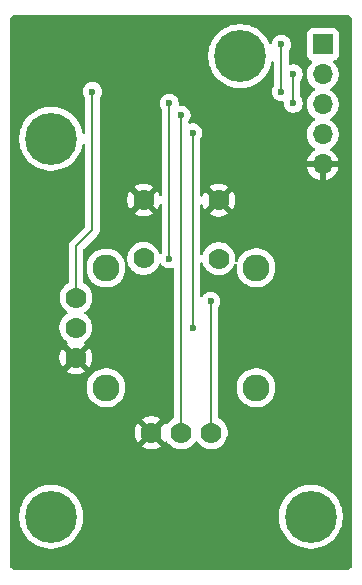
<source format=gbr>
%TF.GenerationSoftware,KiCad,Pcbnew,9.0.0*%
%TF.CreationDate,2025-04-04T15:09:20-04:00*%
%TF.ProjectId,left,6c656674-2e6b-4696-9361-645f70636258,rev?*%
%TF.SameCoordinates,Original*%
%TF.FileFunction,Copper,L1,Top*%
%TF.FilePolarity,Positive*%
%FSLAX46Y46*%
G04 Gerber Fmt 4.6, Leading zero omitted, Abs format (unit mm)*
G04 Created by KiCad (PCBNEW 9.0.0) date 2025-04-04 15:09:20*
%MOMM*%
%LPD*%
G01*
G04 APERTURE LIST*
%TA.AperFunction,ComponentPad*%
%ADD10R,1.700000X1.700000*%
%TD*%
%TA.AperFunction,ComponentPad*%
%ADD11O,1.700000X1.700000*%
%TD*%
%TA.AperFunction,ComponentPad*%
%ADD12C,4.400000*%
%TD*%
%TA.AperFunction,ComponentPad*%
%ADD13C,2.286000*%
%TD*%
%TA.AperFunction,ComponentPad*%
%ADD14C,1.778000*%
%TD*%
%TA.AperFunction,ViaPad*%
%ADD15C,0.600000*%
%TD*%
%TA.AperFunction,Conductor*%
%ADD16C,0.200000*%
%TD*%
G04 APERTURE END LIST*
D10*
%TO.P,J1,1,Pin_1*%
%TO.N,VCC*%
X162000000Y-66000000D03*
D11*
%TO.P,J1,2,Pin_2*%
%TO.N,Button*%
X162000000Y-68540000D03*
%TO.P,J1,3,Pin_3*%
%TO.N,Horizontal*%
X162000000Y-71080000D03*
%TO.P,J1,4,Pin_4*%
%TO.N,Vertical*%
X162000000Y-73620000D03*
%TO.P,J1,5,Pin_5*%
%TO.N,GND*%
X162000000Y-76160000D03*
%TD*%
D12*
%TO.P,REF\u002A\u002A,*%
%TO.N,*%
X139000000Y-74000000D03*
%TD*%
%TO.P,REF\u002A\u002A,*%
%TO.N,*%
X161000000Y-106000000D03*
%TD*%
%TO.P,REF\u002A\u002A,*%
%TO.N,*%
X139000000Y-106000000D03*
%TD*%
D13*
%TO.P,U1,*%
%TO.N,*%
X143650000Y-84935200D03*
X143650000Y-95065200D03*
X156350000Y-84920000D03*
X156350000Y-95080000D03*
D14*
%TO.P,U1,1,GND*%
%TO.N,GND*%
X147475000Y-98875200D03*
%TO.P,U1,2,OUT2*%
%TO.N,Horizontal*%
X150015000Y-98895200D03*
%TO.P,U1,3,VCC*%
%TO.N,VCC*%
X152555000Y-98875200D03*
%TO.P,U1,4,VCC*%
X141110000Y-87460000D03*
%TO.P,U1,5,OUT1*%
%TO.N,Vertical*%
X141095000Y-89985200D03*
%TO.P,U1,6,GND*%
%TO.N,GND*%
X141095000Y-92525200D03*
%TO.P,U1,7,B1*%
%TO.N,Button*%
X146825000Y-84125200D03*
X153185000Y-84145200D03*
%TO.P,U1,8,B2*%
%TO.N,GND*%
X146825000Y-79185200D03*
X153175000Y-79205000D03*
%TD*%
D12*
%TO.P,REF\u002A\u002A,*%
%TO.N,*%
X155000000Y-67000000D03*
%TD*%
D15*
%TO.N,VCC*%
X152500000Y-87750000D03*
X158500000Y-70000000D03*
X142500000Y-70000000D03*
X158500000Y-66000000D03*
%TO.N,Button*%
X149000000Y-84145200D03*
X149000000Y-71000000D03*
X159500000Y-68500000D03*
X159500000Y-71000000D03*
%TO.N,Horizontal*%
X150000000Y-72000000D03*
%TO.N,Vertical*%
X151000000Y-90000000D03*
X151000000Y-73500000D03*
%TD*%
D16*
%TO.N,VCC*%
X152500000Y-87750000D02*
X152555000Y-87805000D01*
X152555000Y-87805000D02*
X152555000Y-98875200D01*
X158500000Y-66000000D02*
X158500000Y-70000000D01*
X141110000Y-83110000D02*
X141110000Y-87460000D01*
X142500000Y-70000000D02*
X142500000Y-81720000D01*
X142500000Y-81720000D02*
X141110000Y-83110000D01*
%TO.N,Button*%
X149000000Y-84145200D02*
X149000000Y-71000000D01*
X159500000Y-71000000D02*
X159500000Y-70500000D01*
X162000000Y-68540000D02*
X161960000Y-68500000D01*
X159500000Y-68500000D02*
X159500000Y-71000000D01*
%TO.N,Horizontal*%
X150000000Y-72000000D02*
X150000000Y-73000000D01*
X150015000Y-73015000D02*
X150015000Y-98895200D01*
X150000000Y-73000000D02*
X150015000Y-73015000D01*
%TO.N,Vertical*%
X151000000Y-73500000D02*
X151000000Y-90000000D01*
%TD*%
%TA.AperFunction,Conductor*%
%TO.N,GND*%
G36*
X164006922Y-63501280D02*
G01*
X164097266Y-63511459D01*
X164124331Y-63517636D01*
X164203540Y-63545352D01*
X164228553Y-63557398D01*
X164299606Y-63602043D01*
X164321313Y-63619355D01*
X164380644Y-63678686D01*
X164397957Y-63700395D01*
X164442600Y-63771444D01*
X164454648Y-63796462D01*
X164482362Y-63875666D01*
X164488540Y-63902735D01*
X164498720Y-63993076D01*
X164499500Y-64006961D01*
X164499500Y-109993038D01*
X164498720Y-110006922D01*
X164498720Y-110006923D01*
X164488540Y-110097264D01*
X164482362Y-110124333D01*
X164454648Y-110203537D01*
X164442600Y-110228555D01*
X164397957Y-110299604D01*
X164380644Y-110321313D01*
X164321313Y-110380644D01*
X164299604Y-110397957D01*
X164228555Y-110442600D01*
X164203537Y-110454648D01*
X164124333Y-110482362D01*
X164097264Y-110488540D01*
X164017075Y-110497576D01*
X164006921Y-110498720D01*
X163993038Y-110499500D01*
X136006962Y-110499500D01*
X135993078Y-110498720D01*
X135980553Y-110497308D01*
X135902735Y-110488540D01*
X135875666Y-110482362D01*
X135796462Y-110454648D01*
X135771444Y-110442600D01*
X135700395Y-110397957D01*
X135678686Y-110380644D01*
X135619355Y-110321313D01*
X135602042Y-110299604D01*
X135557399Y-110228555D01*
X135545351Y-110203537D01*
X135517637Y-110124333D01*
X135511459Y-110097263D01*
X135501280Y-110006922D01*
X135500500Y-109993038D01*
X135500500Y-105848336D01*
X136299500Y-105848336D01*
X136299500Y-106151663D01*
X136333457Y-106453048D01*
X136333460Y-106453062D01*
X136400953Y-106748771D01*
X136400957Y-106748783D01*
X136501133Y-107035068D01*
X136632733Y-107308338D01*
X136632735Y-107308341D01*
X136794108Y-107565164D01*
X136983221Y-107802304D01*
X137197696Y-108016779D01*
X137434836Y-108205892D01*
X137691659Y-108367265D01*
X137964935Y-108498868D01*
X138179951Y-108574105D01*
X138251216Y-108599042D01*
X138251228Y-108599046D01*
X138546937Y-108666540D01*
X138546946Y-108666541D01*
X138546951Y-108666542D01*
X138747874Y-108689180D01*
X138848337Y-108700499D01*
X138848340Y-108700500D01*
X138848343Y-108700500D01*
X139151660Y-108700500D01*
X139151661Y-108700499D01*
X139305694Y-108683144D01*
X139453048Y-108666542D01*
X139453051Y-108666541D01*
X139453063Y-108666540D01*
X139748772Y-108599046D01*
X140035065Y-108498868D01*
X140308341Y-108367265D01*
X140565164Y-108205892D01*
X140802304Y-108016779D01*
X141016779Y-107802304D01*
X141205892Y-107565164D01*
X141367265Y-107308341D01*
X141498868Y-107035065D01*
X141599046Y-106748772D01*
X141666540Y-106453063D01*
X141700500Y-106151657D01*
X141700500Y-105848343D01*
X141700499Y-105848336D01*
X158299500Y-105848336D01*
X158299500Y-106151663D01*
X158333457Y-106453048D01*
X158333460Y-106453062D01*
X158400953Y-106748771D01*
X158400957Y-106748783D01*
X158501133Y-107035068D01*
X158632733Y-107308338D01*
X158632735Y-107308341D01*
X158794108Y-107565164D01*
X158983221Y-107802304D01*
X159197696Y-108016779D01*
X159434836Y-108205892D01*
X159691659Y-108367265D01*
X159964935Y-108498868D01*
X160179951Y-108574105D01*
X160251216Y-108599042D01*
X160251228Y-108599046D01*
X160546937Y-108666540D01*
X160546946Y-108666541D01*
X160546951Y-108666542D01*
X160747874Y-108689180D01*
X160848337Y-108700499D01*
X160848340Y-108700500D01*
X160848343Y-108700500D01*
X161151660Y-108700500D01*
X161151661Y-108700499D01*
X161305694Y-108683144D01*
X161453048Y-108666542D01*
X161453051Y-108666541D01*
X161453063Y-108666540D01*
X161748772Y-108599046D01*
X162035065Y-108498868D01*
X162308341Y-108367265D01*
X162565164Y-108205892D01*
X162802304Y-108016779D01*
X163016779Y-107802304D01*
X163205892Y-107565164D01*
X163367265Y-107308341D01*
X163498868Y-107035065D01*
X163599046Y-106748772D01*
X163666540Y-106453063D01*
X163700500Y-106151657D01*
X163700500Y-105848343D01*
X163666540Y-105546937D01*
X163599046Y-105251228D01*
X163498868Y-104964935D01*
X163367265Y-104691659D01*
X163205892Y-104434836D01*
X163016779Y-104197696D01*
X162802304Y-103983221D01*
X162565164Y-103794108D01*
X162308341Y-103632735D01*
X162308338Y-103632733D01*
X162035068Y-103501133D01*
X161748783Y-103400957D01*
X161748771Y-103400953D01*
X161520556Y-103348864D01*
X161453063Y-103333460D01*
X161453060Y-103333459D01*
X161453048Y-103333457D01*
X161151663Y-103299500D01*
X161151657Y-103299500D01*
X160848343Y-103299500D01*
X160848336Y-103299500D01*
X160546951Y-103333457D01*
X160546937Y-103333460D01*
X160251228Y-103400953D01*
X160251216Y-103400957D01*
X159964931Y-103501133D01*
X159691661Y-103632733D01*
X159434837Y-103794107D01*
X159197696Y-103983220D01*
X158983220Y-104197696D01*
X158794107Y-104434837D01*
X158632733Y-104691661D01*
X158501133Y-104964931D01*
X158400957Y-105251216D01*
X158400953Y-105251228D01*
X158333460Y-105546937D01*
X158333457Y-105546951D01*
X158299500Y-105848336D01*
X141700499Y-105848336D01*
X141666540Y-105546937D01*
X141599046Y-105251228D01*
X141498868Y-104964935D01*
X141367265Y-104691659D01*
X141205892Y-104434836D01*
X141016779Y-104197696D01*
X140802304Y-103983221D01*
X140565164Y-103794108D01*
X140308341Y-103632735D01*
X140308338Y-103632733D01*
X140035068Y-103501133D01*
X139748783Y-103400957D01*
X139748771Y-103400953D01*
X139520556Y-103348864D01*
X139453063Y-103333460D01*
X139453060Y-103333459D01*
X139453048Y-103333457D01*
X139151663Y-103299500D01*
X139151657Y-103299500D01*
X138848343Y-103299500D01*
X138848336Y-103299500D01*
X138546951Y-103333457D01*
X138546937Y-103333460D01*
X138251228Y-103400953D01*
X138251216Y-103400957D01*
X137964931Y-103501133D01*
X137691661Y-103632733D01*
X137434837Y-103794107D01*
X137197696Y-103983220D01*
X136983220Y-104197696D01*
X136794107Y-104434837D01*
X136632733Y-104691661D01*
X136501133Y-104964931D01*
X136400957Y-105251216D01*
X136400953Y-105251228D01*
X136333460Y-105546937D01*
X136333457Y-105546951D01*
X136299500Y-105848336D01*
X135500500Y-105848336D01*
X135500500Y-94935848D01*
X142006500Y-94935848D01*
X142006500Y-95194551D01*
X142046967Y-95450050D01*
X142046968Y-95450054D01*
X142126909Y-95696085D01*
X142244353Y-95926582D01*
X142396408Y-96135868D01*
X142579332Y-96318792D01*
X142788618Y-96470847D01*
X143019115Y-96588291D01*
X143265146Y-96668232D01*
X143358591Y-96683032D01*
X143520649Y-96708700D01*
X143520654Y-96708700D01*
X143779351Y-96708700D01*
X143941409Y-96683032D01*
X144034854Y-96668232D01*
X144280885Y-96588291D01*
X144511382Y-96470847D01*
X144720668Y-96318792D01*
X144903592Y-96135868D01*
X145055647Y-95926582D01*
X145173091Y-95696085D01*
X145253032Y-95450054D01*
X145271017Y-95336494D01*
X145293500Y-95194551D01*
X145293500Y-94935848D01*
X145266521Y-94765515D01*
X145253032Y-94680346D01*
X145173091Y-94434315D01*
X145055647Y-94203818D01*
X144903592Y-93994532D01*
X144720668Y-93811608D01*
X144511382Y-93659553D01*
X144280885Y-93542109D01*
X144034854Y-93462168D01*
X144034852Y-93462167D01*
X144034850Y-93462167D01*
X143779351Y-93421700D01*
X143779346Y-93421700D01*
X143520654Y-93421700D01*
X143520649Y-93421700D01*
X143265149Y-93462167D01*
X143019112Y-93542110D01*
X142788617Y-93659553D01*
X142579329Y-93811610D01*
X142396410Y-93994529D01*
X142244353Y-94203817D01*
X142126910Y-94434312D01*
X142046967Y-94680349D01*
X142006500Y-94935848D01*
X135500500Y-94935848D01*
X135500500Y-73848336D01*
X136299500Y-73848336D01*
X136299500Y-74151663D01*
X136333457Y-74453048D01*
X136333460Y-74453062D01*
X136400953Y-74748771D01*
X136400957Y-74748783D01*
X136501133Y-75035068D01*
X136632733Y-75308338D01*
X136632735Y-75308341D01*
X136794108Y-75565164D01*
X136983221Y-75802304D01*
X137197696Y-76016779D01*
X137434836Y-76205892D01*
X137691659Y-76367265D01*
X137964935Y-76498868D01*
X138139924Y-76560099D01*
X138251216Y-76599042D01*
X138251228Y-76599046D01*
X138546937Y-76666540D01*
X138546946Y-76666541D01*
X138546951Y-76666542D01*
X138747874Y-76689180D01*
X138848337Y-76700499D01*
X138848340Y-76700500D01*
X138848343Y-76700500D01*
X139151660Y-76700500D01*
X139151661Y-76700499D01*
X139305694Y-76683144D01*
X139453048Y-76666542D01*
X139453051Y-76666541D01*
X139453063Y-76666540D01*
X139748772Y-76599046D01*
X140035065Y-76498868D01*
X140308341Y-76367265D01*
X140565164Y-76205892D01*
X140802304Y-76016779D01*
X141016779Y-75802304D01*
X141205892Y-75565164D01*
X141367265Y-75308341D01*
X141498868Y-75035065D01*
X141599046Y-74748772D01*
X141654609Y-74505334D01*
X141688718Y-74444357D01*
X141750379Y-74411499D01*
X141820016Y-74417194D01*
X141875520Y-74459634D01*
X141899268Y-74525344D01*
X141899500Y-74532928D01*
X141899500Y-81419902D01*
X141879815Y-81486941D01*
X141863181Y-81507583D01*
X140629482Y-82741281D01*
X140629480Y-82741283D01*
X140621157Y-82755700D01*
X140612951Y-82769914D01*
X140550423Y-82878215D01*
X140509499Y-83030943D01*
X140509499Y-83030945D01*
X140509499Y-83199046D01*
X140509500Y-83199059D01*
X140509500Y-86130509D01*
X140489815Y-86197548D01*
X140441796Y-86240993D01*
X140381741Y-86271593D01*
X140204806Y-86400142D01*
X140050142Y-86554806D01*
X139921595Y-86731739D01*
X139822298Y-86926616D01*
X139822297Y-86926619D01*
X139754714Y-87134623D01*
X139720500Y-87350638D01*
X139720500Y-87569361D01*
X139754714Y-87785376D01*
X139822297Y-87993380D01*
X139822298Y-87993383D01*
X139889782Y-88125825D01*
X139919703Y-88184548D01*
X139921595Y-88188260D01*
X140050142Y-88365193D01*
X140050148Y-88365199D01*
X140204801Y-88519852D01*
X140338284Y-88616832D01*
X140380949Y-88672161D01*
X140386928Y-88741774D01*
X140354323Y-88803570D01*
X140338284Y-88817468D01*
X140189802Y-88925346D01*
X140035142Y-89080006D01*
X139906595Y-89256939D01*
X139807298Y-89451816D01*
X139807297Y-89451819D01*
X139739714Y-89659823D01*
X139705500Y-89875838D01*
X139705500Y-90094561D01*
X139739714Y-90310576D01*
X139807297Y-90518580D01*
X139807298Y-90518583D01*
X139859884Y-90621786D01*
X139904524Y-90709397D01*
X139906595Y-90713460D01*
X140035142Y-90890393D01*
X140035148Y-90890399D01*
X140189801Y-91045052D01*
X140341395Y-91155191D01*
X140384060Y-91210519D01*
X140390039Y-91280132D01*
X140357434Y-91341928D01*
X140341394Y-91355826D01*
X140305360Y-91382005D01*
X140305360Y-91382007D01*
X141010905Y-92087552D01*
X140923429Y-92110992D01*
X140822070Y-92169511D01*
X140739311Y-92252270D01*
X140680792Y-92353629D01*
X140657352Y-92441105D01*
X139951807Y-91735560D01*
X139951806Y-91735560D01*
X139907023Y-91797201D01*
X139807762Y-91992008D01*
X139807761Y-91992011D01*
X139740202Y-92199940D01*
X139706000Y-92415883D01*
X139706000Y-92634516D01*
X139740202Y-92850459D01*
X139807761Y-93058388D01*
X139807762Y-93058391D01*
X139907020Y-93253193D01*
X139907021Y-93253195D01*
X139951806Y-93314838D01*
X139951807Y-93314838D01*
X140657352Y-92609293D01*
X140680792Y-92696771D01*
X140739311Y-92798130D01*
X140822070Y-92880889D01*
X140923429Y-92939408D01*
X141010905Y-92962847D01*
X140305360Y-93668391D01*
X140367008Y-93713180D01*
X140561808Y-93812437D01*
X140561811Y-93812438D01*
X140769740Y-93879997D01*
X140985684Y-93914200D01*
X141204316Y-93914200D01*
X141420259Y-93879997D01*
X141628188Y-93812438D01*
X141628191Y-93812437D01*
X141822995Y-93713178D01*
X141884638Y-93668391D01*
X141884639Y-93668391D01*
X141179094Y-92962847D01*
X141266571Y-92939408D01*
X141367930Y-92880889D01*
X141450689Y-92798130D01*
X141509208Y-92696771D01*
X141532647Y-92609294D01*
X142238191Y-93314839D01*
X142238191Y-93314838D01*
X142282978Y-93253195D01*
X142382237Y-93058391D01*
X142382238Y-93058388D01*
X142449797Y-92850459D01*
X142484000Y-92634516D01*
X142484000Y-92415883D01*
X142449797Y-92199940D01*
X142382238Y-91992011D01*
X142382237Y-91992008D01*
X142282980Y-91797208D01*
X142238191Y-91735560D01*
X141532647Y-92441104D01*
X141509208Y-92353629D01*
X141450689Y-92252270D01*
X141367930Y-92169511D01*
X141266571Y-92110992D01*
X141179092Y-92087552D01*
X141884638Y-91382007D01*
X141884638Y-91382006D01*
X141848606Y-91355828D01*
X141805939Y-91300499D01*
X141799959Y-91230885D01*
X141832565Y-91169090D01*
X141848599Y-91155194D01*
X142000199Y-91045052D01*
X142154852Y-90890399D01*
X142154854Y-90890395D01*
X142154857Y-90890393D01*
X142236513Y-90778001D01*
X142283407Y-90713457D01*
X142382701Y-90518583D01*
X142450286Y-90310575D01*
X142467912Y-90199282D01*
X142484500Y-90094561D01*
X142484500Y-89875838D01*
X142458535Y-89711906D01*
X142450286Y-89659825D01*
X142416493Y-89555821D01*
X142382702Y-89451819D01*
X142382701Y-89451816D01*
X142348315Y-89384332D01*
X142283407Y-89256943D01*
X142275147Y-89245574D01*
X142154857Y-89080006D01*
X142000193Y-88925342D01*
X141866716Y-88828367D01*
X141824050Y-88773038D01*
X141818071Y-88703424D01*
X141850676Y-88641629D01*
X141866716Y-88627731D01*
X142015193Y-88519857D01*
X142015195Y-88519854D01*
X142015199Y-88519852D01*
X142169852Y-88365199D01*
X142169854Y-88365195D01*
X142169857Y-88365193D01*
X142255400Y-88247451D01*
X142298407Y-88188257D01*
X142397701Y-87993383D01*
X142465286Y-87785375D01*
X142483377Y-87671153D01*
X142499500Y-87569361D01*
X142499500Y-87350638D01*
X142479595Y-87224971D01*
X142465286Y-87134625D01*
X142415132Y-86980264D01*
X142397702Y-86926619D01*
X142397701Y-86926616D01*
X142363315Y-86859132D01*
X142298407Y-86731743D01*
X142290147Y-86720374D01*
X142169857Y-86554806D01*
X142015193Y-86400142D01*
X141838258Y-86271593D01*
X141778204Y-86240993D01*
X141727408Y-86193018D01*
X141710500Y-86130509D01*
X141710500Y-84805848D01*
X142006500Y-84805848D01*
X142006500Y-85064551D01*
X142045946Y-85313604D01*
X142046968Y-85320054D01*
X142126909Y-85566085D01*
X142244353Y-85796582D01*
X142396408Y-86005868D01*
X142579332Y-86188792D01*
X142788618Y-86340847D01*
X143019115Y-86458291D01*
X143265146Y-86538232D01*
X143360961Y-86553407D01*
X143520649Y-86578700D01*
X143520654Y-86578700D01*
X143779351Y-86578700D01*
X143921294Y-86556217D01*
X144034854Y-86538232D01*
X144280885Y-86458291D01*
X144511382Y-86340847D01*
X144720668Y-86188792D01*
X144903592Y-86005868D01*
X145055647Y-85796582D01*
X145173091Y-85566085D01*
X145253032Y-85320054D01*
X145274414Y-85185052D01*
X145293500Y-85064551D01*
X145293500Y-84805848D01*
X145263550Y-84616755D01*
X145253032Y-84550346D01*
X145173091Y-84304315D01*
X145055647Y-84073818D01*
X145013522Y-84015838D01*
X145435500Y-84015838D01*
X145435500Y-84234561D01*
X145459195Y-84384172D01*
X145459199Y-84384189D01*
X145469714Y-84450575D01*
X145504130Y-84556498D01*
X145504135Y-84556517D01*
X145537297Y-84658580D01*
X145537298Y-84658583D01*
X145636595Y-84853460D01*
X145765142Y-85030393D01*
X145919806Y-85185057D01*
X146084690Y-85304850D01*
X146096743Y-85313607D01*
X146224132Y-85378515D01*
X146291616Y-85412901D01*
X146291619Y-85412902D01*
X146395621Y-85446693D01*
X146499625Y-85480486D01*
X146599672Y-85496332D01*
X146715639Y-85514700D01*
X146715644Y-85514700D01*
X146934361Y-85514700D01*
X147039082Y-85498112D01*
X147150375Y-85480486D01*
X147358383Y-85412901D01*
X147553257Y-85313607D01*
X147652601Y-85241429D01*
X147730193Y-85185057D01*
X147730195Y-85185054D01*
X147730199Y-85185052D01*
X147884852Y-85030399D01*
X147884854Y-85030395D01*
X147884857Y-85030393D01*
X147954318Y-84934787D01*
X148013407Y-84853457D01*
X148112701Y-84658583D01*
X148121244Y-84632288D01*
X148160680Y-84574612D01*
X148225038Y-84547413D01*
X148293885Y-84559325D01*
X148342278Y-84601712D01*
X148378213Y-84655492D01*
X148489707Y-84766986D01*
X148489711Y-84766989D01*
X148620814Y-84854590D01*
X148620827Y-84854597D01*
X148738920Y-84903512D01*
X148766503Y-84914937D01*
X148921153Y-84945699D01*
X148921156Y-84945700D01*
X148921158Y-84945700D01*
X149078844Y-84945700D01*
X149078845Y-84945699D01*
X149233497Y-84914937D01*
X149243047Y-84910980D01*
X149312516Y-84903512D01*
X149374995Y-84934787D01*
X149410648Y-84994876D01*
X149414500Y-85025542D01*
X149414500Y-97565709D01*
X149394815Y-97632748D01*
X149346796Y-97676193D01*
X149286741Y-97706793D01*
X149109806Y-97835342D01*
X148955146Y-97990002D01*
X148955142Y-97990007D01*
X148852273Y-98131595D01*
X148796943Y-98174261D01*
X148727330Y-98180240D01*
X148665535Y-98147634D01*
X148651636Y-98131594D01*
X148618191Y-98085560D01*
X147912647Y-98791104D01*
X147889208Y-98703629D01*
X147830689Y-98602270D01*
X147747930Y-98519511D01*
X147646571Y-98460992D01*
X147559092Y-98437552D01*
X148264638Y-97732007D01*
X148264638Y-97732006D01*
X148202995Y-97687221D01*
X148202993Y-97687220D01*
X148008191Y-97587962D01*
X148008188Y-97587961D01*
X147800259Y-97520402D01*
X147584316Y-97486200D01*
X147365684Y-97486200D01*
X147149740Y-97520402D01*
X146941811Y-97587961D01*
X146941808Y-97587962D01*
X146747001Y-97687223D01*
X146685360Y-97732006D01*
X146685360Y-97732007D01*
X147390905Y-98437552D01*
X147303429Y-98460992D01*
X147202070Y-98519511D01*
X147119311Y-98602270D01*
X147060792Y-98703629D01*
X147037352Y-98791105D01*
X146331807Y-98085560D01*
X146331806Y-98085560D01*
X146287023Y-98147201D01*
X146187762Y-98342008D01*
X146187761Y-98342011D01*
X146120202Y-98549940D01*
X146086000Y-98765883D01*
X146086000Y-98984516D01*
X146120202Y-99200459D01*
X146187761Y-99408388D01*
X146187762Y-99408391D01*
X146287020Y-99603193D01*
X146287021Y-99603195D01*
X146331806Y-99664838D01*
X146331807Y-99664838D01*
X147037352Y-98959293D01*
X147060792Y-99046771D01*
X147119311Y-99148130D01*
X147202070Y-99230889D01*
X147303429Y-99289408D01*
X147390905Y-99312847D01*
X146685360Y-100018391D01*
X146747008Y-100063180D01*
X146941808Y-100162437D01*
X146941811Y-100162438D01*
X147149740Y-100229997D01*
X147365684Y-100264200D01*
X147584316Y-100264200D01*
X147800259Y-100229997D01*
X148008188Y-100162438D01*
X148008191Y-100162437D01*
X148202995Y-100063178D01*
X148264638Y-100018391D01*
X148264639Y-100018391D01*
X147559094Y-99312847D01*
X147646571Y-99289408D01*
X147747930Y-99230889D01*
X147830689Y-99148130D01*
X147889208Y-99046771D01*
X147912647Y-98959295D01*
X148618191Y-99664839D01*
X148618192Y-99664838D01*
X148637107Y-99638805D01*
X148692437Y-99596139D01*
X148762050Y-99590160D01*
X148823845Y-99622766D01*
X148837743Y-99638805D01*
X148955142Y-99800392D01*
X148955146Y-99800397D01*
X149109806Y-99955057D01*
X149258625Y-100063178D01*
X149286743Y-100083607D01*
X149414132Y-100148515D01*
X149481616Y-100182901D01*
X149481619Y-100182902D01*
X149585621Y-100216693D01*
X149689625Y-100250486D01*
X149776212Y-100264200D01*
X149905639Y-100284700D01*
X149905644Y-100284700D01*
X150124361Y-100284700D01*
X150229082Y-100268112D01*
X150340375Y-100250486D01*
X150548383Y-100182901D01*
X150743257Y-100083607D01*
X150842601Y-100011429D01*
X150920193Y-99955057D01*
X150920195Y-99955054D01*
X150920199Y-99955052D01*
X151074852Y-99800399D01*
X151191949Y-99639227D01*
X151247276Y-99596564D01*
X151316889Y-99590585D01*
X151378684Y-99623190D01*
X151392580Y-99639225D01*
X151495144Y-99780393D01*
X151495148Y-99780399D01*
X151649806Y-99935057D01*
X151764508Y-100018391D01*
X151826743Y-100063607D01*
X151954132Y-100128515D01*
X152021616Y-100162901D01*
X152021619Y-100162902D01*
X152125621Y-100196693D01*
X152229625Y-100230486D01*
X152329672Y-100246332D01*
X152445639Y-100264700D01*
X152445644Y-100264700D01*
X152664361Y-100264700D01*
X152769082Y-100248112D01*
X152880375Y-100230486D01*
X153088383Y-100162901D01*
X153283257Y-100063607D01*
X153382601Y-99991429D01*
X153460193Y-99935057D01*
X153460195Y-99935054D01*
X153460199Y-99935052D01*
X153614852Y-99780399D01*
X153614854Y-99780395D01*
X153614857Y-99780393D01*
X153671229Y-99702801D01*
X153743407Y-99603457D01*
X153842701Y-99408583D01*
X153910286Y-99200575D01*
X153934646Y-99046771D01*
X153944500Y-98984561D01*
X153944500Y-98765838D01*
X153918592Y-98602270D01*
X153910286Y-98549825D01*
X153876493Y-98445821D01*
X153842702Y-98341819D01*
X153842701Y-98341816D01*
X153808315Y-98274332D01*
X153743407Y-98146943D01*
X153698810Y-98085560D01*
X153614857Y-97970006D01*
X153460193Y-97815342D01*
X153283258Y-97686793D01*
X153223204Y-97656193D01*
X153172408Y-97608218D01*
X153155500Y-97545709D01*
X153155500Y-94950648D01*
X154706500Y-94950648D01*
X154706500Y-95209351D01*
X154744623Y-95450050D01*
X154746968Y-95464854D01*
X154826909Y-95710885D01*
X154944353Y-95941382D01*
X155096408Y-96150668D01*
X155279332Y-96333592D01*
X155488618Y-96485647D01*
X155719115Y-96603091D01*
X155965146Y-96683032D01*
X156060961Y-96698207D01*
X156220649Y-96723500D01*
X156220654Y-96723500D01*
X156479351Y-96723500D01*
X156621294Y-96701017D01*
X156734854Y-96683032D01*
X156980885Y-96603091D01*
X157211382Y-96485647D01*
X157420668Y-96333592D01*
X157603592Y-96150668D01*
X157755647Y-95941382D01*
X157873091Y-95710885D01*
X157953032Y-95464854D01*
X157971017Y-95351294D01*
X157993500Y-95209351D01*
X157993500Y-94950648D01*
X157953032Y-94695149D01*
X157953032Y-94695146D01*
X157873091Y-94449115D01*
X157755647Y-94218618D01*
X157603592Y-94009332D01*
X157420668Y-93826408D01*
X157211382Y-93674353D01*
X156980885Y-93556909D01*
X156734854Y-93476968D01*
X156734852Y-93476967D01*
X156734850Y-93476967D01*
X156479351Y-93436500D01*
X156479346Y-93436500D01*
X156220654Y-93436500D01*
X156220649Y-93436500D01*
X155965149Y-93476967D01*
X155719112Y-93556910D01*
X155488617Y-93674353D01*
X155279329Y-93826410D01*
X155096410Y-94009329D01*
X154944353Y-94218617D01*
X154826910Y-94449112D01*
X154746967Y-94695149D01*
X154706500Y-94950648D01*
X153155500Y-94950648D01*
X153155500Y-88247451D01*
X153175185Y-88180412D01*
X153176398Y-88178560D01*
X153209394Y-88129179D01*
X153269737Y-87983497D01*
X153300500Y-87828842D01*
X153300500Y-87671158D01*
X153300500Y-87671155D01*
X153300499Y-87671153D01*
X153269738Y-87516510D01*
X153269737Y-87516503D01*
X153269735Y-87516498D01*
X153209397Y-87370827D01*
X153209390Y-87370814D01*
X153121789Y-87239711D01*
X153121786Y-87239707D01*
X153010292Y-87128213D01*
X153010288Y-87128210D01*
X152879185Y-87040609D01*
X152879172Y-87040602D01*
X152733501Y-86980264D01*
X152733489Y-86980261D01*
X152578845Y-86949500D01*
X152578842Y-86949500D01*
X152421158Y-86949500D01*
X152421155Y-86949500D01*
X152266510Y-86980261D01*
X152266498Y-86980264D01*
X152120827Y-87040602D01*
X152120814Y-87040609D01*
X151989711Y-87128210D01*
X151989707Y-87128213D01*
X151878213Y-87239707D01*
X151878210Y-87239711D01*
X151827602Y-87315451D01*
X151773989Y-87360256D01*
X151704664Y-87368963D01*
X151641637Y-87338808D01*
X151604918Y-87279365D01*
X151600500Y-87246560D01*
X151600500Y-84548033D01*
X151620185Y-84480994D01*
X151672989Y-84435239D01*
X151742147Y-84425295D01*
X151805703Y-84454320D01*
X151842431Y-84509715D01*
X151897297Y-84678580D01*
X151897298Y-84678583D01*
X151942343Y-84766986D01*
X151986983Y-84854597D01*
X151996595Y-84873460D01*
X152125142Y-85050393D01*
X152279806Y-85205057D01*
X152429211Y-85313604D01*
X152456743Y-85333607D01*
X152584132Y-85398515D01*
X152651616Y-85432901D01*
X152651619Y-85432902D01*
X152755621Y-85466693D01*
X152859625Y-85500486D01*
X152949369Y-85514700D01*
X153075639Y-85534700D01*
X153075644Y-85534700D01*
X153294361Y-85534700D01*
X153399082Y-85518112D01*
X153510375Y-85500486D01*
X153718383Y-85432901D01*
X153913257Y-85333607D01*
X154012601Y-85261429D01*
X154090193Y-85205057D01*
X154090195Y-85205054D01*
X154090199Y-85205052D01*
X154244852Y-85050399D01*
X154244854Y-85050395D01*
X154244857Y-85050393D01*
X154343270Y-84914937D01*
X154373407Y-84873457D01*
X154472701Y-84678583D01*
X154472703Y-84678577D01*
X154476609Y-84666557D01*
X154516046Y-84608881D01*
X154580404Y-84581682D01*
X154649250Y-84593596D01*
X154700727Y-84640840D01*
X154718489Y-84708414D01*
X154717013Y-84724272D01*
X154706500Y-84790648D01*
X154706500Y-85049351D01*
X154746967Y-85304850D01*
X154746968Y-85304854D01*
X154826909Y-85550885D01*
X154944353Y-85781382D01*
X155096408Y-85990668D01*
X155279332Y-86173592D01*
X155488618Y-86325647D01*
X155719115Y-86443091D01*
X155965146Y-86523032D01*
X156060961Y-86538207D01*
X156220649Y-86563500D01*
X156220654Y-86563500D01*
X156479351Y-86563500D01*
X156621294Y-86541017D01*
X156734854Y-86523032D01*
X156980885Y-86443091D01*
X157211382Y-86325647D01*
X157420668Y-86173592D01*
X157603592Y-85990668D01*
X157755647Y-85781382D01*
X157873091Y-85550885D01*
X157953032Y-85304854D01*
X157972007Y-85185052D01*
X157993500Y-85049351D01*
X157993500Y-84790648D01*
X157960402Y-84581682D01*
X157953032Y-84535146D01*
X157873091Y-84289115D01*
X157755647Y-84058618D01*
X157603592Y-83849332D01*
X157420668Y-83666408D01*
X157211382Y-83514353D01*
X156980885Y-83396909D01*
X156734854Y-83316968D01*
X156734852Y-83316967D01*
X156734850Y-83316967D01*
X156479351Y-83276500D01*
X156479346Y-83276500D01*
X156220654Y-83276500D01*
X156220649Y-83276500D01*
X155965149Y-83316967D01*
X155719112Y-83396910D01*
X155488617Y-83514353D01*
X155279329Y-83666410D01*
X155096410Y-83849329D01*
X154944353Y-84058617D01*
X154826908Y-84289114D01*
X154810642Y-84339176D01*
X154771204Y-84396851D01*
X154706845Y-84424048D01*
X154637998Y-84412132D01*
X154586523Y-84364887D01*
X154568763Y-84297313D01*
X154570237Y-84281465D01*
X154574500Y-84254556D01*
X154574500Y-84035844D01*
X154574500Y-84035838D01*
X154543221Y-83838359D01*
X154540286Y-83819825D01*
X154490439Y-83666410D01*
X154472702Y-83611819D01*
X154472701Y-83611816D01*
X154423040Y-83514353D01*
X154373407Y-83416943D01*
X154331117Y-83358735D01*
X154244857Y-83240006D01*
X154090193Y-83085342D01*
X153913260Y-82956795D01*
X153913259Y-82956794D01*
X153913257Y-82956793D01*
X153850825Y-82924982D01*
X153718383Y-82857498D01*
X153718380Y-82857497D01*
X153510376Y-82789914D01*
X153294361Y-82755700D01*
X153294356Y-82755700D01*
X153075644Y-82755700D01*
X153075639Y-82755700D01*
X152859623Y-82789914D01*
X152651619Y-82857497D01*
X152651616Y-82857498D01*
X152456739Y-82956795D01*
X152279806Y-83085342D01*
X152125142Y-83240006D01*
X151996595Y-83416939D01*
X151897298Y-83611816D01*
X151897297Y-83611819D01*
X151842431Y-83780684D01*
X151802994Y-83838359D01*
X151738635Y-83865558D01*
X151669789Y-83853644D01*
X151618313Y-83806400D01*
X151600500Y-83742366D01*
X151600500Y-79636991D01*
X151620185Y-79569952D01*
X151672989Y-79524197D01*
X151742147Y-79514253D01*
X151805703Y-79543278D01*
X151842431Y-79598673D01*
X151887761Y-79738188D01*
X151887762Y-79738191D01*
X151987020Y-79932993D01*
X151987021Y-79932995D01*
X152031806Y-79994638D01*
X152031807Y-79994638D01*
X152732861Y-79293584D01*
X152755667Y-79378694D01*
X152814910Y-79481306D01*
X152898694Y-79565090D01*
X153001306Y-79624333D01*
X153086414Y-79647137D01*
X152385360Y-80348191D01*
X152447008Y-80392980D01*
X152641808Y-80492237D01*
X152641811Y-80492238D01*
X152849740Y-80559797D01*
X153065684Y-80594000D01*
X153284316Y-80594000D01*
X153500259Y-80559797D01*
X153708188Y-80492238D01*
X153708191Y-80492237D01*
X153902995Y-80392978D01*
X153964638Y-80348191D01*
X153964639Y-80348191D01*
X153263585Y-79647138D01*
X153348694Y-79624333D01*
X153451306Y-79565090D01*
X153535090Y-79481306D01*
X153594333Y-79378694D01*
X153617137Y-79293585D01*
X154318191Y-79994639D01*
X154318191Y-79994638D01*
X154362978Y-79932995D01*
X154462237Y-79738191D01*
X154462238Y-79738188D01*
X154529797Y-79530259D01*
X154564000Y-79314316D01*
X154564000Y-79095683D01*
X154529797Y-78879740D01*
X154462238Y-78671811D01*
X154462237Y-78671808D01*
X154362980Y-78477008D01*
X154318191Y-78415360D01*
X153617137Y-79116414D01*
X153594333Y-79031306D01*
X153535090Y-78928694D01*
X153451306Y-78844910D01*
X153348694Y-78785667D01*
X153263583Y-78762861D01*
X153964638Y-78061807D01*
X153964638Y-78061806D01*
X153902995Y-78017021D01*
X153902993Y-78017020D01*
X153708191Y-77917762D01*
X153708188Y-77917761D01*
X153500259Y-77850202D01*
X153284316Y-77816000D01*
X153065684Y-77816000D01*
X152849740Y-77850202D01*
X152641811Y-77917761D01*
X152641808Y-77917762D01*
X152447001Y-78017023D01*
X152385360Y-78061806D01*
X152385360Y-78061807D01*
X153086414Y-78762861D01*
X153001306Y-78785667D01*
X152898694Y-78844910D01*
X152814910Y-78928694D01*
X152755667Y-79031306D01*
X152732861Y-79116414D01*
X152031807Y-78415360D01*
X152031806Y-78415360D01*
X151987023Y-78477001D01*
X151887762Y-78671808D01*
X151887761Y-78671811D01*
X151842431Y-78811326D01*
X151802994Y-78869001D01*
X151738635Y-78896200D01*
X151669789Y-78884285D01*
X151618313Y-78837041D01*
X151600500Y-78773008D01*
X151600500Y-74079765D01*
X151620185Y-74012726D01*
X151621398Y-74010874D01*
X151709390Y-73879185D01*
X151709390Y-73879184D01*
X151709394Y-73879179D01*
X151769737Y-73733497D01*
X151800500Y-73578842D01*
X151800500Y-73421158D01*
X151800500Y-73421155D01*
X151800499Y-73421153D01*
X151769738Y-73266510D01*
X151769737Y-73266503D01*
X151763405Y-73251216D01*
X151709397Y-73120827D01*
X151709390Y-73120814D01*
X151621789Y-72989711D01*
X151621786Y-72989707D01*
X151510292Y-72878213D01*
X151510288Y-72878210D01*
X151379185Y-72790609D01*
X151379172Y-72790602D01*
X151233501Y-72730264D01*
X151233489Y-72730261D01*
X151078845Y-72699500D01*
X151078842Y-72699500D01*
X150921158Y-72699500D01*
X150921155Y-72699500D01*
X150766510Y-72730261D01*
X150760676Y-72732031D01*
X150759873Y-72729385D01*
X150739114Y-72731543D01*
X150706853Y-72736182D01*
X150704561Y-72735135D01*
X150702056Y-72735396D01*
X150672959Y-72720703D01*
X150643297Y-72707157D01*
X150641934Y-72705036D01*
X150639687Y-72703902D01*
X150623152Y-72675811D01*
X150605523Y-72648379D01*
X150605043Y-72645046D01*
X150604245Y-72643689D01*
X150600500Y-72613444D01*
X150600500Y-72579765D01*
X150620185Y-72512726D01*
X150621398Y-72510874D01*
X150709390Y-72379185D01*
X150709390Y-72379184D01*
X150709394Y-72379179D01*
X150769737Y-72233497D01*
X150800500Y-72078842D01*
X150800500Y-71921158D01*
X150800500Y-71921155D01*
X150800499Y-71921153D01*
X150775228Y-71794108D01*
X150769737Y-71766503D01*
X150714329Y-71632735D01*
X150709397Y-71620827D01*
X150709390Y-71620814D01*
X150621789Y-71489711D01*
X150621786Y-71489707D01*
X150510292Y-71378213D01*
X150510288Y-71378210D01*
X150379185Y-71290609D01*
X150379172Y-71290602D01*
X150233501Y-71230264D01*
X150233489Y-71230261D01*
X150078845Y-71199500D01*
X150078842Y-71199500D01*
X149924500Y-71199500D01*
X149857461Y-71179815D01*
X149811706Y-71127011D01*
X149800500Y-71075500D01*
X149800500Y-70921155D01*
X149800499Y-70921153D01*
X149769737Y-70766503D01*
X149709794Y-70621786D01*
X149709397Y-70620827D01*
X149709390Y-70620814D01*
X149621789Y-70489711D01*
X149621786Y-70489707D01*
X149510292Y-70378213D01*
X149510288Y-70378210D01*
X149379185Y-70290609D01*
X149379172Y-70290602D01*
X149233501Y-70230264D01*
X149233489Y-70230261D01*
X149078845Y-70199500D01*
X149078842Y-70199500D01*
X148921158Y-70199500D01*
X148921155Y-70199500D01*
X148766510Y-70230261D01*
X148766498Y-70230264D01*
X148620827Y-70290602D01*
X148620814Y-70290609D01*
X148489711Y-70378210D01*
X148489707Y-70378213D01*
X148378213Y-70489707D01*
X148378210Y-70489711D01*
X148290609Y-70620814D01*
X148290602Y-70620827D01*
X148230264Y-70766498D01*
X148230261Y-70766510D01*
X148199500Y-70921153D01*
X148199500Y-71078846D01*
X148230261Y-71233489D01*
X148230264Y-71233501D01*
X148290602Y-71379172D01*
X148290609Y-71379185D01*
X148364461Y-71489711D01*
X148372092Y-71501132D01*
X148378602Y-71510874D01*
X148399480Y-71577551D01*
X148399500Y-71579765D01*
X148399500Y-78753208D01*
X148379815Y-78820247D01*
X148327011Y-78866002D01*
X148257853Y-78875946D01*
X148194297Y-78846921D01*
X148157569Y-78791526D01*
X148112238Y-78652011D01*
X148112237Y-78652008D01*
X148012980Y-78457208D01*
X147968191Y-78395560D01*
X147267137Y-79096614D01*
X147244333Y-79011506D01*
X147185090Y-78908894D01*
X147101306Y-78825110D01*
X146998694Y-78765867D01*
X146913583Y-78743061D01*
X147614638Y-78042007D01*
X147614638Y-78042006D01*
X147552995Y-77997221D01*
X147552993Y-77997220D01*
X147358191Y-77897962D01*
X147358188Y-77897961D01*
X147150259Y-77830402D01*
X146934316Y-77796200D01*
X146715684Y-77796200D01*
X146499740Y-77830402D01*
X146291811Y-77897961D01*
X146291808Y-77897962D01*
X146097001Y-77997223D01*
X146035360Y-78042006D01*
X146035360Y-78042007D01*
X146736414Y-78743061D01*
X146651306Y-78765867D01*
X146548694Y-78825110D01*
X146464910Y-78908894D01*
X146405667Y-79011506D01*
X146382861Y-79096614D01*
X145681807Y-78395560D01*
X145681806Y-78395560D01*
X145637023Y-78457201D01*
X145537762Y-78652008D01*
X145537761Y-78652011D01*
X145470202Y-78859940D01*
X145436000Y-79075883D01*
X145436000Y-79294516D01*
X145470202Y-79510459D01*
X145537761Y-79718388D01*
X145537762Y-79718391D01*
X145637020Y-79913193D01*
X145637021Y-79913195D01*
X145681806Y-79974838D01*
X145681807Y-79974838D01*
X146382861Y-79273784D01*
X146405667Y-79358894D01*
X146464910Y-79461506D01*
X146548694Y-79545290D01*
X146651306Y-79604533D01*
X146736414Y-79627337D01*
X146035360Y-80328391D01*
X146097008Y-80373180D01*
X146291808Y-80472437D01*
X146291811Y-80472438D01*
X146499740Y-80539997D01*
X146715684Y-80574200D01*
X146934316Y-80574200D01*
X147150259Y-80539997D01*
X147358188Y-80472438D01*
X147358191Y-80472437D01*
X147552995Y-80373178D01*
X147614638Y-80328391D01*
X147614639Y-80328391D01*
X146913585Y-79627338D01*
X146998694Y-79604533D01*
X147101306Y-79545290D01*
X147185090Y-79461506D01*
X147244333Y-79358894D01*
X147267137Y-79273785D01*
X147968191Y-79974839D01*
X147968191Y-79974838D01*
X148012978Y-79913195D01*
X148112237Y-79718391D01*
X148112238Y-79718388D01*
X148157569Y-79578873D01*
X148197006Y-79521198D01*
X148261365Y-79493999D01*
X148330211Y-79505913D01*
X148381687Y-79553157D01*
X148399500Y-79617191D01*
X148399500Y-83565434D01*
X148394171Y-83583579D01*
X148393834Y-83602488D01*
X148380333Y-83630706D01*
X148379815Y-83632473D01*
X148378602Y-83634326D01*
X148351023Y-83675600D01*
X148297410Y-83720404D01*
X148228085Y-83729111D01*
X148165058Y-83698956D01*
X148129990Y-83645026D01*
X148112702Y-83591819D01*
X148112701Y-83591816D01*
X148073231Y-83514353D01*
X148013407Y-83396943D01*
X148005147Y-83385574D01*
X147884857Y-83220006D01*
X147730193Y-83065342D01*
X147553260Y-82936795D01*
X147553259Y-82936794D01*
X147553257Y-82936793D01*
X147490825Y-82904982D01*
X147358383Y-82837498D01*
X147358380Y-82837497D01*
X147150376Y-82769914D01*
X146934361Y-82735700D01*
X146934356Y-82735700D01*
X146715644Y-82735700D01*
X146715639Y-82735700D01*
X146499623Y-82769914D01*
X146291619Y-82837497D01*
X146291616Y-82837498D01*
X146096739Y-82936795D01*
X145919806Y-83065342D01*
X145765142Y-83220006D01*
X145636595Y-83396939D01*
X145537298Y-83591816D01*
X145537297Y-83591819D01*
X145469714Y-83799823D01*
X145435500Y-84015838D01*
X145013522Y-84015838D01*
X144903592Y-83864532D01*
X144720668Y-83681608D01*
X144511382Y-83529553D01*
X144280885Y-83412109D01*
X144034854Y-83332168D01*
X144034852Y-83332167D01*
X144034850Y-83332167D01*
X143779351Y-83291700D01*
X143779346Y-83291700D01*
X143520654Y-83291700D01*
X143520649Y-83291700D01*
X143265149Y-83332167D01*
X143019112Y-83412110D01*
X142788617Y-83529553D01*
X142579329Y-83681610D01*
X142396410Y-83864529D01*
X142244353Y-84073817D01*
X142126910Y-84304312D01*
X142046967Y-84550349D01*
X142006500Y-84805848D01*
X141710500Y-84805848D01*
X141710500Y-83410096D01*
X141730185Y-83343057D01*
X141746814Y-83322419D01*
X142868713Y-82200521D01*
X142868716Y-82200520D01*
X142980520Y-82088716D01*
X143030639Y-82001904D01*
X143059577Y-81951785D01*
X143100501Y-81799057D01*
X143100501Y-81640943D01*
X143100501Y-81633348D01*
X143100500Y-81633330D01*
X143100500Y-70579765D01*
X143120185Y-70512726D01*
X143121398Y-70510874D01*
X143209390Y-70379185D01*
X143209390Y-70379184D01*
X143209394Y-70379179D01*
X143212294Y-70372179D01*
X143223067Y-70346166D01*
X143269737Y-70233497D01*
X143300500Y-70078842D01*
X143300500Y-69921158D01*
X143300500Y-69921155D01*
X143300499Y-69921153D01*
X143290824Y-69872512D01*
X143269737Y-69766503D01*
X143242398Y-69700500D01*
X143209397Y-69620827D01*
X143209390Y-69620814D01*
X143121789Y-69489711D01*
X143121786Y-69489707D01*
X143010292Y-69378213D01*
X143010288Y-69378210D01*
X142879185Y-69290609D01*
X142879172Y-69290602D01*
X142733501Y-69230264D01*
X142733489Y-69230261D01*
X142578845Y-69199500D01*
X142578842Y-69199500D01*
X142421158Y-69199500D01*
X142421155Y-69199500D01*
X142266510Y-69230261D01*
X142266498Y-69230264D01*
X142120827Y-69290602D01*
X142120814Y-69290609D01*
X141989711Y-69378210D01*
X141989707Y-69378213D01*
X141878213Y-69489707D01*
X141878210Y-69489711D01*
X141790609Y-69620814D01*
X141790602Y-69620827D01*
X141730264Y-69766498D01*
X141730261Y-69766510D01*
X141699500Y-69921153D01*
X141699500Y-70078846D01*
X141730261Y-70233489D01*
X141730264Y-70233501D01*
X141790602Y-70379172D01*
X141790609Y-70379185D01*
X141878602Y-70510874D01*
X141899480Y-70577551D01*
X141899500Y-70579765D01*
X141899500Y-73467071D01*
X141879815Y-73534110D01*
X141827011Y-73579865D01*
X141757853Y-73589809D01*
X141694297Y-73560784D01*
X141656523Y-73502006D01*
X141654609Y-73494664D01*
X141599046Y-73251228D01*
X141599042Y-73251216D01*
X141507536Y-72989707D01*
X141498868Y-72964935D01*
X141367265Y-72691659D01*
X141205892Y-72434836D01*
X141016779Y-72197696D01*
X140802304Y-71983221D01*
X140772917Y-71959786D01*
X140742078Y-71935193D01*
X140565164Y-71794108D01*
X140308341Y-71632735D01*
X140308338Y-71632733D01*
X140035068Y-71501133D01*
X139748783Y-71400957D01*
X139748771Y-71400953D01*
X139520556Y-71348864D01*
X139453063Y-71333460D01*
X139453060Y-71333459D01*
X139453048Y-71333457D01*
X139151663Y-71299500D01*
X139151657Y-71299500D01*
X138848343Y-71299500D01*
X138848336Y-71299500D01*
X138546951Y-71333457D01*
X138546937Y-71333460D01*
X138251228Y-71400953D01*
X138251216Y-71400957D01*
X137964931Y-71501133D01*
X137691661Y-71632733D01*
X137434837Y-71794107D01*
X137197696Y-71983220D01*
X136983220Y-72197696D01*
X136794107Y-72434837D01*
X136632733Y-72691661D01*
X136501133Y-72964931D01*
X136400957Y-73251216D01*
X136400953Y-73251228D01*
X136333460Y-73546937D01*
X136333457Y-73546951D01*
X136299500Y-73848336D01*
X135500500Y-73848336D01*
X135500500Y-66848336D01*
X152299500Y-66848336D01*
X152299500Y-67151663D01*
X152333457Y-67453048D01*
X152333460Y-67453062D01*
X152400953Y-67748771D01*
X152400957Y-67748783D01*
X152501133Y-68035068D01*
X152632733Y-68308338D01*
X152632735Y-68308341D01*
X152794108Y-68565164D01*
X152983221Y-68802304D01*
X153197696Y-69016779D01*
X153434836Y-69205892D01*
X153691659Y-69367265D01*
X153964935Y-69498868D01*
X154168516Y-69570104D01*
X154251216Y-69599042D01*
X154251228Y-69599046D01*
X154546937Y-69666540D01*
X154546946Y-69666541D01*
X154546951Y-69666542D01*
X154747874Y-69689180D01*
X154848337Y-69700499D01*
X154848340Y-69700500D01*
X154848343Y-69700500D01*
X155151660Y-69700500D01*
X155151661Y-69700499D01*
X155305694Y-69683144D01*
X155453048Y-69666542D01*
X155453051Y-69666541D01*
X155453063Y-69666540D01*
X155748772Y-69599046D01*
X156035065Y-69498868D01*
X156308341Y-69367265D01*
X156565164Y-69205892D01*
X156802304Y-69016779D01*
X157016779Y-68802304D01*
X157205892Y-68565164D01*
X157367265Y-68308341D01*
X157498868Y-68035065D01*
X157599046Y-67748772D01*
X157654609Y-67505334D01*
X157688718Y-67444357D01*
X157750379Y-67411499D01*
X157820016Y-67417194D01*
X157875520Y-67459634D01*
X157899268Y-67525344D01*
X157899500Y-67532928D01*
X157899500Y-69420234D01*
X157879815Y-69487273D01*
X157878602Y-69489125D01*
X157790609Y-69620814D01*
X157790602Y-69620827D01*
X157730264Y-69766498D01*
X157730261Y-69766510D01*
X157699500Y-69921153D01*
X157699500Y-70078846D01*
X157730261Y-70233489D01*
X157730264Y-70233501D01*
X157790602Y-70379172D01*
X157790609Y-70379185D01*
X157878210Y-70510288D01*
X157878213Y-70510292D01*
X157989707Y-70621786D01*
X157989711Y-70621789D01*
X158120814Y-70709390D01*
X158120827Y-70709397D01*
X158252066Y-70763757D01*
X158266503Y-70769737D01*
X158421153Y-70800499D01*
X158421156Y-70800500D01*
X158575500Y-70800500D01*
X158642539Y-70820185D01*
X158688294Y-70872989D01*
X158699500Y-70924500D01*
X158699500Y-71078846D01*
X158730261Y-71233489D01*
X158730264Y-71233501D01*
X158790602Y-71379172D01*
X158790609Y-71379185D01*
X158878210Y-71510288D01*
X158878213Y-71510292D01*
X158989707Y-71621786D01*
X158989711Y-71621789D01*
X159120814Y-71709390D01*
X159120827Y-71709397D01*
X159258683Y-71766498D01*
X159266503Y-71769737D01*
X159421153Y-71800499D01*
X159421156Y-71800500D01*
X159421158Y-71800500D01*
X159578844Y-71800500D01*
X159578845Y-71800499D01*
X159733497Y-71769737D01*
X159879179Y-71709394D01*
X160010289Y-71621789D01*
X160121789Y-71510289D01*
X160209394Y-71379179D01*
X160269737Y-71233497D01*
X160300500Y-71078842D01*
X160300500Y-70921158D01*
X160300500Y-70921155D01*
X160300499Y-70921153D01*
X160269737Y-70766503D01*
X160209794Y-70621786D01*
X160209397Y-70620827D01*
X160209390Y-70620814D01*
X160121398Y-70489125D01*
X160100520Y-70422447D01*
X160100500Y-70420234D01*
X160100500Y-69079765D01*
X160120185Y-69012726D01*
X160121398Y-69010874D01*
X160209390Y-68879185D01*
X160209390Y-68879184D01*
X160209394Y-68879179D01*
X160269737Y-68733497D01*
X160300500Y-68578842D01*
X160300500Y-68421158D01*
X160300500Y-68421155D01*
X160300499Y-68421153D01*
X160278059Y-68308341D01*
X160269737Y-68266503D01*
X160269735Y-68266498D01*
X160209397Y-68120827D01*
X160209390Y-68120814D01*
X160121789Y-67989711D01*
X160121786Y-67989707D01*
X160010292Y-67878213D01*
X160010288Y-67878210D01*
X159879185Y-67790609D01*
X159879172Y-67790602D01*
X159733501Y-67730264D01*
X159733489Y-67730261D01*
X159578845Y-67699500D01*
X159578842Y-67699500D01*
X159421158Y-67699500D01*
X159421155Y-67699500D01*
X159266510Y-67730261D01*
X159260676Y-67732031D01*
X159259873Y-67729385D01*
X159202056Y-67735396D01*
X159139687Y-67703902D01*
X159104245Y-67643689D01*
X159100500Y-67613444D01*
X159100500Y-66579765D01*
X159120185Y-66512726D01*
X159121398Y-66510874D01*
X159209390Y-66379185D01*
X159209390Y-66379184D01*
X159209394Y-66379179D01*
X159269737Y-66233497D01*
X159300500Y-66078842D01*
X159300500Y-65921158D01*
X159300500Y-65921155D01*
X159300499Y-65921153D01*
X159269738Y-65766510D01*
X159269738Y-65766508D01*
X159269737Y-65766503D01*
X159238736Y-65691659D01*
X159209397Y-65620827D01*
X159209390Y-65620814D01*
X159121789Y-65489711D01*
X159121786Y-65489707D01*
X159010292Y-65378213D01*
X159010288Y-65378210D01*
X158879185Y-65290609D01*
X158879172Y-65290602D01*
X158733501Y-65230264D01*
X158733489Y-65230261D01*
X158684031Y-65220423D01*
X158684030Y-65220423D01*
X158578844Y-65199500D01*
X158578842Y-65199500D01*
X158421158Y-65199500D01*
X158421155Y-65199500D01*
X158266510Y-65230261D01*
X158266498Y-65230264D01*
X158120827Y-65290602D01*
X158120814Y-65290609D01*
X157989711Y-65378210D01*
X157989707Y-65378213D01*
X157878213Y-65489707D01*
X157878210Y-65489711D01*
X157790609Y-65620814D01*
X157790602Y-65620827D01*
X157730264Y-65766498D01*
X157730261Y-65766508D01*
X157707065Y-65883121D01*
X157674680Y-65945032D01*
X157613964Y-65979606D01*
X157544194Y-65975865D01*
X157487523Y-65934999D01*
X157473728Y-65912731D01*
X157367266Y-65691661D01*
X157240372Y-65489711D01*
X157205892Y-65434836D01*
X157016779Y-65197696D01*
X156921218Y-65102135D01*
X160649500Y-65102135D01*
X160649500Y-66897870D01*
X160649501Y-66897876D01*
X160655908Y-66957483D01*
X160706202Y-67092328D01*
X160706206Y-67092335D01*
X160792452Y-67207544D01*
X160792455Y-67207547D01*
X160907664Y-67293793D01*
X160907671Y-67293797D01*
X161039082Y-67342810D01*
X161095016Y-67384681D01*
X161119433Y-67450145D01*
X161104582Y-67518418D01*
X161083431Y-67546673D01*
X160969889Y-67660215D01*
X160844951Y-67832179D01*
X160748444Y-68021585D01*
X160682753Y-68223760D01*
X160649500Y-68433713D01*
X160649500Y-68646286D01*
X160674210Y-68802303D01*
X160682754Y-68856243D01*
X160690208Y-68879185D01*
X160748444Y-69058414D01*
X160844951Y-69247820D01*
X160969890Y-69419786D01*
X161120213Y-69570109D01*
X161292182Y-69695050D01*
X161300946Y-69699516D01*
X161351742Y-69747491D01*
X161368536Y-69815312D01*
X161345998Y-69881447D01*
X161300946Y-69920484D01*
X161292182Y-69924949D01*
X161120213Y-70049890D01*
X160969890Y-70200213D01*
X160844951Y-70372179D01*
X160748444Y-70561585D01*
X160682753Y-70763760D01*
X160649500Y-70973713D01*
X160649500Y-71186286D01*
X160672809Y-71333457D01*
X160682754Y-71396243D01*
X160742384Y-71579765D01*
X160748444Y-71598414D01*
X160844951Y-71787820D01*
X160969890Y-71959786D01*
X161120213Y-72110109D01*
X161292182Y-72235050D01*
X161300946Y-72239516D01*
X161351742Y-72287491D01*
X161368536Y-72355312D01*
X161345998Y-72421447D01*
X161300946Y-72460484D01*
X161292182Y-72464949D01*
X161120213Y-72589890D01*
X160969890Y-72740213D01*
X160844951Y-72912179D01*
X160748444Y-73101585D01*
X160682753Y-73303760D01*
X160664160Y-73421153D01*
X160649500Y-73513713D01*
X160649500Y-73726287D01*
X160682754Y-73936243D01*
X160729387Y-74079765D01*
X160748444Y-74138414D01*
X160844951Y-74327820D01*
X160969890Y-74499786D01*
X161120213Y-74650109D01*
X161292179Y-74775048D01*
X161292181Y-74775049D01*
X161292184Y-74775051D01*
X161301493Y-74779794D01*
X161352290Y-74827766D01*
X161369087Y-74895587D01*
X161346552Y-74961722D01*
X161301502Y-75000762D01*
X161292443Y-75005378D01*
X161120540Y-75130272D01*
X161120535Y-75130276D01*
X160970276Y-75280535D01*
X160970272Y-75280540D01*
X160845379Y-75452442D01*
X160748904Y-75641782D01*
X160683242Y-75843870D01*
X160683242Y-75843873D01*
X160672769Y-75910000D01*
X161566988Y-75910000D01*
X161534075Y-75967007D01*
X161500000Y-76094174D01*
X161500000Y-76225826D01*
X161534075Y-76352993D01*
X161566988Y-76410000D01*
X160672769Y-76410000D01*
X160683242Y-76476126D01*
X160683242Y-76476129D01*
X160748904Y-76678217D01*
X160845379Y-76867557D01*
X160970272Y-77039459D01*
X160970276Y-77039464D01*
X161120535Y-77189723D01*
X161120540Y-77189727D01*
X161292442Y-77314620D01*
X161481782Y-77411095D01*
X161683871Y-77476757D01*
X161750000Y-77487231D01*
X161750000Y-76593012D01*
X161807007Y-76625925D01*
X161934174Y-76660000D01*
X162065826Y-76660000D01*
X162192993Y-76625925D01*
X162250000Y-76593012D01*
X162250000Y-77487230D01*
X162316126Y-77476757D01*
X162316129Y-77476757D01*
X162518217Y-77411095D01*
X162707557Y-77314620D01*
X162879459Y-77189727D01*
X162879464Y-77189723D01*
X163029723Y-77039464D01*
X163029727Y-77039459D01*
X163154620Y-76867557D01*
X163251095Y-76678217D01*
X163316757Y-76476129D01*
X163316757Y-76476126D01*
X163327231Y-76410000D01*
X162433012Y-76410000D01*
X162465925Y-76352993D01*
X162500000Y-76225826D01*
X162500000Y-76094174D01*
X162465925Y-75967007D01*
X162433012Y-75910000D01*
X163327231Y-75910000D01*
X163316757Y-75843873D01*
X163316757Y-75843870D01*
X163251095Y-75641782D01*
X163154620Y-75452442D01*
X163029727Y-75280540D01*
X163029723Y-75280535D01*
X162879464Y-75130276D01*
X162879459Y-75130272D01*
X162707555Y-75005377D01*
X162698500Y-75000763D01*
X162647706Y-74952788D01*
X162630912Y-74884966D01*
X162653451Y-74818832D01*
X162698508Y-74779793D01*
X162707816Y-74775051D01*
X162787007Y-74717515D01*
X162879786Y-74650109D01*
X162879788Y-74650106D01*
X162879792Y-74650104D01*
X163030104Y-74499792D01*
X163030106Y-74499788D01*
X163030109Y-74499786D01*
X163155048Y-74327820D01*
X163155047Y-74327820D01*
X163155051Y-74327816D01*
X163251557Y-74138412D01*
X163317246Y-73936243D01*
X163350500Y-73726287D01*
X163350500Y-73513713D01*
X163317246Y-73303757D01*
X163251557Y-73101588D01*
X163155051Y-72912184D01*
X163155049Y-72912181D01*
X163155048Y-72912179D01*
X163030109Y-72740213D01*
X162879786Y-72589890D01*
X162707820Y-72464951D01*
X162707115Y-72464591D01*
X162699054Y-72460485D01*
X162648259Y-72412512D01*
X162631463Y-72344692D01*
X162653999Y-72278556D01*
X162699054Y-72239515D01*
X162707816Y-72235051D01*
X162759231Y-72197696D01*
X162879786Y-72110109D01*
X162879788Y-72110106D01*
X162879792Y-72110104D01*
X163030104Y-71959792D01*
X163030106Y-71959788D01*
X163030109Y-71959786D01*
X163155048Y-71787820D01*
X163155047Y-71787820D01*
X163155051Y-71787816D01*
X163251557Y-71598412D01*
X163317246Y-71396243D01*
X163350500Y-71186287D01*
X163350500Y-70973713D01*
X163317246Y-70763757D01*
X163251557Y-70561588D01*
X163155051Y-70372184D01*
X163155049Y-70372181D01*
X163155048Y-70372179D01*
X163030109Y-70200213D01*
X162879786Y-70049890D01*
X162707820Y-69924951D01*
X162707115Y-69924591D01*
X162699054Y-69920485D01*
X162648259Y-69872512D01*
X162631463Y-69804692D01*
X162653999Y-69738556D01*
X162699054Y-69699515D01*
X162707816Y-69695051D01*
X162747060Y-69666539D01*
X162879786Y-69570109D01*
X162879788Y-69570106D01*
X162879792Y-69570104D01*
X163030104Y-69419792D01*
X163030106Y-69419788D01*
X163030109Y-69419786D01*
X163155048Y-69247820D01*
X163155047Y-69247820D01*
X163155051Y-69247816D01*
X163251557Y-69058412D01*
X163317246Y-68856243D01*
X163350500Y-68646287D01*
X163350500Y-68433713D01*
X163317246Y-68223757D01*
X163251557Y-68021588D01*
X163155051Y-67832184D01*
X163155049Y-67832181D01*
X163155048Y-67832179D01*
X163030109Y-67660213D01*
X162916569Y-67546673D01*
X162883084Y-67485350D01*
X162888068Y-67415658D01*
X162929940Y-67359725D01*
X162960915Y-67342810D01*
X163092331Y-67293796D01*
X163207546Y-67207546D01*
X163293796Y-67092331D01*
X163344091Y-66957483D01*
X163350500Y-66897873D01*
X163350499Y-65102128D01*
X163344091Y-65042517D01*
X163293796Y-64907669D01*
X163293795Y-64907668D01*
X163293793Y-64907664D01*
X163207547Y-64792455D01*
X163207544Y-64792452D01*
X163092335Y-64706206D01*
X163092328Y-64706202D01*
X162957482Y-64655908D01*
X162957483Y-64655908D01*
X162897883Y-64649501D01*
X162897881Y-64649500D01*
X162897873Y-64649500D01*
X162897864Y-64649500D01*
X161102129Y-64649500D01*
X161102123Y-64649501D01*
X161042516Y-64655908D01*
X160907671Y-64706202D01*
X160907664Y-64706206D01*
X160792455Y-64792452D01*
X160792452Y-64792455D01*
X160706206Y-64907664D01*
X160706202Y-64907671D01*
X160655908Y-65042517D01*
X160649501Y-65102116D01*
X160649501Y-65102123D01*
X160649500Y-65102135D01*
X156921218Y-65102135D01*
X156802304Y-64983221D01*
X156565164Y-64794108D01*
X156308341Y-64632735D01*
X156308338Y-64632733D01*
X156035068Y-64501133D01*
X155748783Y-64400957D01*
X155748771Y-64400953D01*
X155520556Y-64348864D01*
X155453063Y-64333460D01*
X155453060Y-64333459D01*
X155453048Y-64333457D01*
X155151663Y-64299500D01*
X155151657Y-64299500D01*
X154848343Y-64299500D01*
X154848336Y-64299500D01*
X154546951Y-64333457D01*
X154546937Y-64333460D01*
X154251228Y-64400953D01*
X154251216Y-64400957D01*
X153964931Y-64501133D01*
X153691661Y-64632733D01*
X153434837Y-64794107D01*
X153197696Y-64983220D01*
X152983220Y-65197696D01*
X152794107Y-65434837D01*
X152632733Y-65691661D01*
X152501133Y-65964931D01*
X152400957Y-66251216D01*
X152400953Y-66251228D01*
X152333460Y-66546937D01*
X152333457Y-66546951D01*
X152299500Y-66848336D01*
X135500500Y-66848336D01*
X135500500Y-64006961D01*
X135501280Y-63993077D01*
X135501280Y-63993076D01*
X135511460Y-63902729D01*
X135517635Y-63875670D01*
X135545353Y-63796456D01*
X135557396Y-63771450D01*
X135602046Y-63700389D01*
X135619351Y-63678690D01*
X135678690Y-63619351D01*
X135700389Y-63602046D01*
X135771450Y-63557396D01*
X135796456Y-63545353D01*
X135875670Y-63517635D01*
X135902733Y-63511459D01*
X135965419Y-63504396D01*
X135993079Y-63501280D01*
X136006962Y-63500500D01*
X136065892Y-63500500D01*
X163934108Y-63500500D01*
X163993038Y-63500500D01*
X164006922Y-63501280D01*
G37*
%TD.AperFunction*%
%TD*%
M02*

</source>
